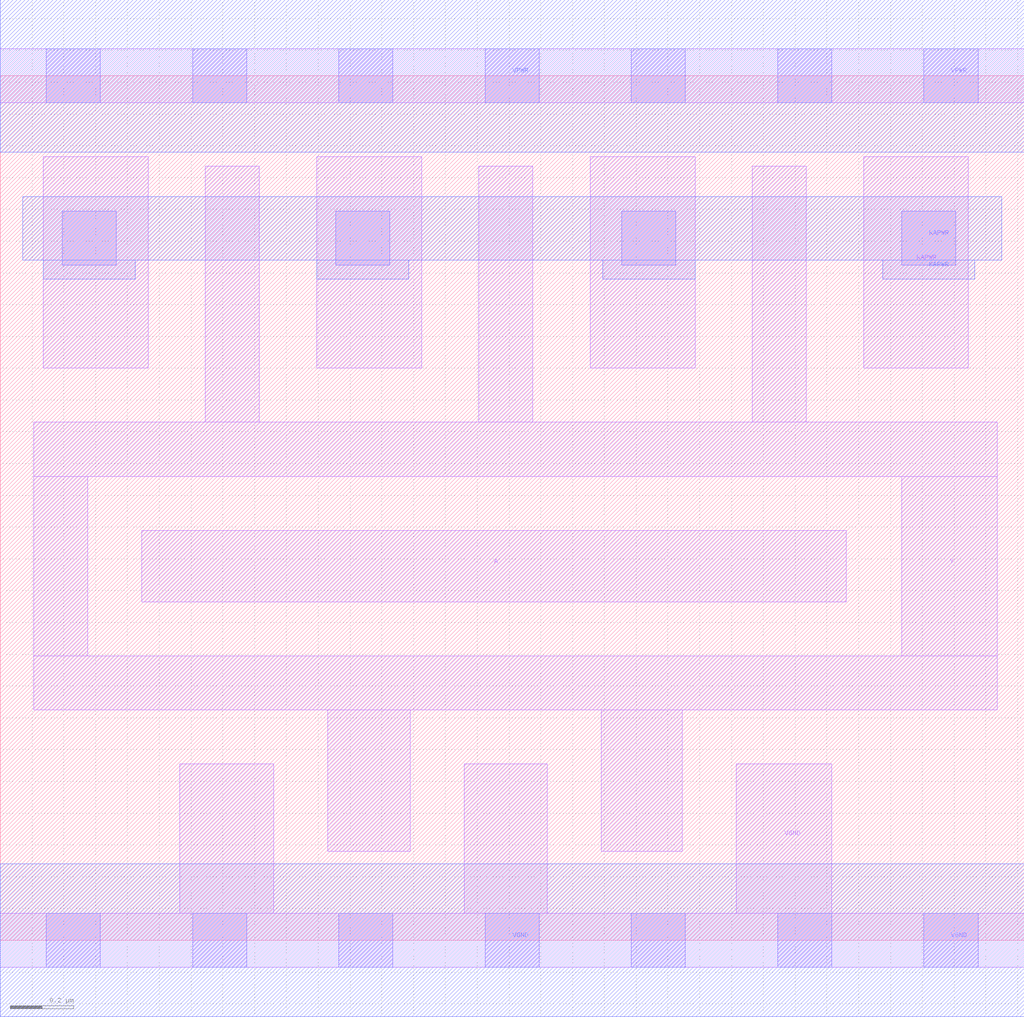
<source format=lef>
# Copyright 2020 The SkyWater PDK Authors
#
# Licensed under the Apache License, Version 2.0 (the "License");
# you may not use this file except in compliance with the License.
# You may obtain a copy of the License at
#
#     https://www.apache.org/licenses/LICENSE-2.0
#
# Unless required by applicable law or agreed to in writing, software
# distributed under the License is distributed on an "AS IS" BASIS,
# WITHOUT WARRANTIES OR CONDITIONS OF ANY KIND, either express or implied.
# See the License for the specific language governing permissions and
# limitations under the License.
#
# SPDX-License-Identifier: Apache-2.0

VERSION 5.7 ;
  NAMESCASESENSITIVE ON ;
  NOWIREEXTENSIONATPIN ON ;
  DIVIDERCHAR "/" ;
  BUSBITCHARS "[]" ;
UNITS
  DATABASE MICRONS 200 ;
END UNITS
MACRO sky130_fd_sc_hd__lpflow_clkinvkapwr_4
  CLASS CORE ;
  SOURCE USER ;
  FOREIGN sky130_fd_sc_hd__lpflow_clkinvkapwr_4 ;
  ORIGIN  0.000000  0.000000 ;
  SIZE  3.220000 BY  2.720000 ;
  SYMMETRY X Y R90 ;
  SITE unithd ;
  PIN A
    ANTENNAGATEAREA  1.152000 ;
    DIRECTION INPUT ;
    USE SIGNAL ;
    PORT
      LAYER li1 ;
        RECT 0.445000 1.065000 2.660000 1.290000 ;
    END
  END A
  PIN Y
    ANTENNADIFFAREA  1.075200 ;
    DIRECTION OUTPUT ;
    USE SIGNAL ;
    PORT
      LAYER li1 ;
        RECT 0.105000 0.725000 3.135000 0.895000 ;
        RECT 0.105000 0.895000 0.275000 1.460000 ;
        RECT 0.105000 1.460000 3.135000 1.630000 ;
        RECT 0.645000 1.630000 0.815000 2.435000 ;
        RECT 1.030000 0.280000 1.290000 0.725000 ;
        RECT 1.505000 1.630000 1.675000 2.435000 ;
        RECT 1.890000 0.280000 2.145000 0.725000 ;
        RECT 2.365000 1.630000 2.535000 2.435000 ;
        RECT 2.835000 0.895000 3.135000 1.460000 ;
    END
  END Y
  PIN KAPWR
    DIRECTION INOUT ;
    SHAPE ABUTMENT ;
    USE POWER ;
    PORT
      LAYER li1 ;
        RECT 0.135000 1.800000 0.465000 2.465000 ;
        RECT 0.995000 1.800000 1.325000 2.465000 ;
        RECT 1.855000 1.800000 2.185000 2.465000 ;
        RECT 2.715000 1.800000 3.045000 2.465000 ;
      LAYER mcon ;
        RECT 0.195000 2.125000 0.365000 2.295000 ;
        RECT 1.055000 2.125000 1.225000 2.295000 ;
        RECT 1.955000 2.125000 2.125000 2.295000 ;
        RECT 2.835000 2.125000 3.005000 2.295000 ;
      LAYER met1 ;
        RECT 0.070000 2.140000 3.150000 2.340000 ;
        RECT 0.135000 2.080000 0.425000 2.140000 ;
        RECT 0.995000 2.080000 1.285000 2.140000 ;
        RECT 1.895000 2.080000 2.185000 2.140000 ;
        RECT 2.775000 2.080000 3.065000 2.140000 ;
    END
  END KAPWR
  PIN VGND
    DIRECTION INOUT ;
    SHAPE ABUTMENT ;
    USE GROUND ;
    PORT
      LAYER li1 ;
        RECT 0.000000 -0.085000 3.220000 0.085000 ;
        RECT 0.565000  0.085000 0.860000 0.555000 ;
        RECT 1.460000  0.085000 1.720000 0.555000 ;
        RECT 2.315000  0.085000 2.615000 0.555000 ;
      LAYER mcon ;
        RECT 0.145000 -0.085000 0.315000 0.085000 ;
        RECT 0.605000 -0.085000 0.775000 0.085000 ;
        RECT 1.065000 -0.085000 1.235000 0.085000 ;
        RECT 1.525000 -0.085000 1.695000 0.085000 ;
        RECT 1.985000 -0.085000 2.155000 0.085000 ;
        RECT 2.445000 -0.085000 2.615000 0.085000 ;
        RECT 2.905000 -0.085000 3.075000 0.085000 ;
      LAYER met1 ;
        RECT 0.000000 -0.240000 3.220000 0.240000 ;
    END
  END VGND
  PIN VPWR
    DIRECTION INOUT ;
    SHAPE ABUTMENT ;
    USE POWER ;
    PORT
      LAYER li1 ;
        RECT 0.000000 2.635000 3.220000 2.805000 ;
      LAYER mcon ;
        RECT 0.145000 2.635000 0.315000 2.805000 ;
        RECT 0.605000 2.635000 0.775000 2.805000 ;
        RECT 1.065000 2.635000 1.235000 2.805000 ;
        RECT 1.525000 2.635000 1.695000 2.805000 ;
        RECT 1.985000 2.635000 2.155000 2.805000 ;
        RECT 2.445000 2.635000 2.615000 2.805000 ;
        RECT 2.905000 2.635000 3.075000 2.805000 ;
      LAYER met1 ;
        RECT 0.000000 2.480000 3.220000 2.960000 ;
    END
  END VPWR
END sky130_fd_sc_hd__lpflow_clkinvkapwr_4

</source>
